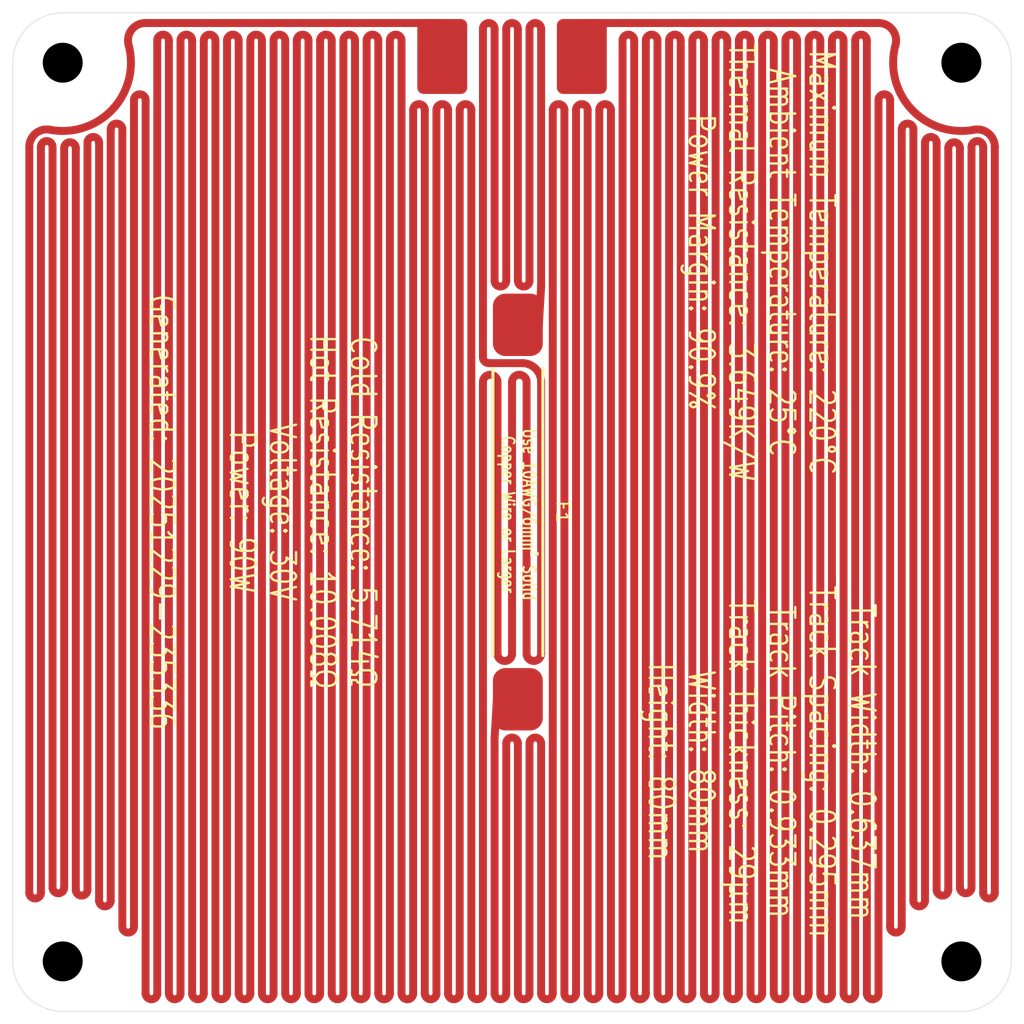
<source format=kicad_pcb>
(kicad_pcb (version 20241229) (generator "pcbnew") (generator_version "9.0")
  (layers (0 "F.Cu" signal) (2 "B.Cu" signal) (13 "F.Paste" user) (15 "B.Paste" user) (5 "F.SilkS" user "F.Silkscreen") (7 "B.SilkS" user "B.Silkscreen") (1 "F.Mask" user) (3 "B.Mask" user) (25 "Edge.Cuts" user))
  (net 0 "")
  (net 1 "Net-(J2-Pin_1)")
  (net 2 "Net-(J1-Pin_1)")
  (footprint "blg:MountingHole_3.2mm_M3_NoPad_TopLarge" (layer "F.Cu") (at 141 69)
    (property "Reference" "REF**" (hide yes))
    (property "Value" "MountingHole_3.2mm_M3_NoPad_TopLarge" (hide yes))
    (pad "" np_thru_hole circle (at 0 0) (size 7.6 7.6) (drill 3.2) (layers))
  )
  (footprint "blg:SMD_PowerConnection_4x6mm" (layer "F.Cu") (at 110.591999 68.5 -90)
    (property "Reference" "J2" (hide yes))
    (property "Value" "Hotplate_Power_Connection" (hide yes))
    (pad "1" smd roundrect (at 0 0 270) (size 6 4) (layers "F.Cu" "F.Mask" "F.Paste") (roundrect_rratio 0.125) (net 1 "Net-(J2-Pin_1)"))
  )
  (footprint "blg:MountingHole_3.2mm_M3_NoPad_TopLarge" (layer "F.Cu") (at 69 141)
    (property "Reference" "REF**" (hide yes))
    (property "Value" "MountingHole_3.2mm_M3_NoPad_TopLarge" (hide yes))
    (pad "" np_thru_hole circle (at 0 0) (size 7.6 7.6) (drill 3.2) (layers))
  )
  (footprint "blg:MountingHole_3.2mm_M3_NoPad_TopLarge" (layer "F.Cu") (at 141 141)
    (property "Reference" "REF**" (hide yes))
    (property "Value" "MountingHole_3.2mm_M3_NoPad_TopLarge" (hide yes))
    (pad "" np_thru_hole circle (at 0 0) (size 7.6 7.6) (drill 3.2) (layers))
  )
  (footprint "blg:SMD_PowerConnection_4x6mm" (layer "F.Cu") (at 99.408 68.5 -90)
    (property "Reference" "J1" (hide yes))
    (property "Value" "Hotplate_Power_Connection" (hide yes))
    (pad "1" smd roundrect (at 0 0 270) (size 6 4) (layers "F.Cu" "F.Mask" "F.Paste") (roundrect_rratio 0.125) (net 2 "Net-(J1-Pin_1)"))
  )
  (footprint "blg:Thermal Fuse, SN100C, Front, 35mm" (layer "F.Cu") (at 105.466 105 -90)
    (property "Reference" "F1" (at 0 -3.6 270) (layer "F.SilkS"))
    (property "Value" "~")
    (fp_line (start -11.5 2) (end 11.5 2) (stroke (width 0.25)) (layer "F.SilkS"))
    (fp_line (start -11.5 -2) (end 11.5 -2) (stroke (width 0.25)) (layer "F.SilkS"))
    (fp_text user "Use 10AWG/6mm  Solid" (at 0.2 -0.9 270) (layer "F.SilkS") (effects (font (size 1 0.75))))
    (fp_text user "2" (at 3.35 -1.3 270) (layer "F.SilkS") (effects (font (size 0.6 0.4) (thickness 0.1))))
    (fp_text user "Copper Wire or Larger" (at 0.2 0.8 270) (layer "F.SilkS") (effects (font (size 1 0.75))))
    (pad "1" smd roundrect (at -15 0 270) (size 5 4) (layers "F.Cu" "F.Mask") (net 2 "Net-(J1-Pin_1)"))
    (pad "2" smd roundrect (at 15 0 270) (size 5 4) (layers "F.Cu" "F.Mask") (net 1 "Net-(J2-Pin_1)"))
  )
  (footprint "blg:MountingHole_3.2mm_M3_NoPad_TopLarge" (layer "F.Cu") (at 69 69)
    (property "Reference" "REF**" (hide yes))
    (property "Value" "MountingHole_3.2mm_M3_NoPad_TopLarge" (hide yes))
    (pad "" np_thru_hole circle (at 0 0) (size 7.6 7.6) (drill 3.2) (layers))
  )
  (gr_arc (start 65 69) (mid 66.171573 66.171573) (end 69 65) (stroke (width 0.05)) (layer "Edge.Cuts"))
  (gr_line (start 145 69) (end 145 141) (stroke (width 0.05)) (layer "Edge.Cuts"))
  (gr_arc (start 69 145) (mid 66.171573 143.828427) (end 65 141) (stroke (width 0.05)) (layer "Edge.Cuts"))
  (gr_line (start 69 145) (end 141 145) (stroke (width 0.05)) (layer "Edge.Cuts"))
  (gr_line (start 65 69) (end 65 141) (stroke (width 0.05)) (layer "Edge.Cuts"))
  (gr_arc (start 145 141) (mid 143.828427 143.828427) (end 141 145) (stroke (width 0.05)) (layer "Edge.Cuts"))
  (gr_arc (start 141 65) (mid 143.828427 66.171573) (end 145 69) (stroke (width 0.05)) (layer "Edge.Cuts"))
  (gr_line (start 69 65) (end 141 65) (stroke (width 0.05)) (layer "Edge.Cuts"))
  (gr_text "Track Width: 0.637mm\nTrack Spacing: 0.295mm\nTrack Pitch: 0.933mm\nTrack Thickness: 29µm\nWidth: 80mm\nHeight: 80mm" (at 125 125 270) (layer "F.SilkS") (effects (font (size 2 1.5) (thickness 0.1875))))
  (gr_text "Maximum Temperature: 220°C\nAmbient Temperature: 25°C\nThermal Resistance: 3.649K/W\nPower Margin: 90.9%" (at 125 85 270) (layer "F.SilkS") (effects (font (size 2 1.5) (thickness 0.1875))))
  (gr_text "Cold Resistance: 5.714Ω\nHot Resistance: 10.008Ω\nVoltage: 30V\nPower: 90W\n\nGenerated: 20251229-235336" (at 85 105 270) (layer "F.SilkS") (effects (font (size 2 1.5) (thickness 0.1875))))
  (segment (start 122.241999 67.2165) (end 122.241999 143.568) (width 0.637) (layer "F.Cu") (net 1))
  (segment (start 119.446 143.568) (end 119.446 67.2165) (width 0.637) (layer "F.Cu") (net 1))
  (segment (start 133.425999 67.2165) (end 133.425999 143.568) (width 0.637) (layer "F.Cu") (net 1))
  (segment (start 117.582 143.568) (end 117.582 67.2165) (width 0.637) (layer "F.Cu") (net 1))
  (segment (start 121.31 143.568) (end 121.31 67.2165) (width 0.637) (layer "F.Cu") (net 1))
  (segment (start 109.194 72.7845) (end 109.194 143.568) (width 0.637) (layer "F.Cu") (net 1))
  (segment (start 125.97 67.2165) (end 125.97 143.568) (width 0.637) (layer "F.Cu") (net 1))
  (segment (start 111.058 72.7845) (end 111.058 143.568) (width 0.637) (layer "F.Cu") (net 1))
  (segment (start 125.037999 143.568) (end 125.037999 67.2165) (width 0.637) (layer "F.Cu") (net 1))
  (segment (start 111.99 143.568) (end 111.99 72.7845) (width 0.637) (layer "F.Cu") (net 1))
  (segment (start 103.7845 120) (end 105.466 120) (width 0.637) (layer "F.Cu") (net 1))
  (segment (start 139.018 75.412627) (end 139.018 135.264987) (width 0.637) (layer "F.Cu") (net 1))
  (segment (start 127.834 67.2165) (end 127.834 143.568) (width 0.637) (layer "F.Cu") (net 1))
  (segment (start 131.561999 67.2165) (end 131.561999 143.568) (width 0.637) (layer "F.Cu") (net 1))
  (segment (start 142.745999 75.743596) (end 142.745999 135.495848) (width 0.637) (layer "F.Cu") (net 1))
  (segment (start 123.173999 143.568) (end 123.173999 67.2165) (width 0.637) (layer "F.Cu") (net 1))
  (segment (start 135.29 71.995249) (end 135.29 138.227079) (width 0.637) (layer "F.Cu") (net 1))
  (segment (start 129.698 67.2165) (end 129.698 143.568) (width 0.637) (layer "F.Cu") (net 1))
  (segment (start 141.814 135.078216) (end 141.814 75.743596) (width 0.637) (layer "F.Cu") (net 1))
  (segment (start 116.649999 67.2165) (end 116.649999 143.568) (width 0.637) (layer "F.Cu") (net 1))
  (segment (start 124.106 67.2165) (end 124.106 143.568) (width 0.637) (layer "F.Cu") (net 1))
  (segment (start 107.33 123.5345) (end 107.33 143.568) (width 0.637) (layer "F.Cu") (net 1))
  (segment (start 110.591999 65.8185) (end 110.591999 68.499999) (width 0.637) (layer "F.Cu") (net 1))
  (segment (start 134.371755 65.8185) (end 110.591999 65.8185) (width 0.637) (layer "F.Cu") (net 1))
  (segment (start 138.085999 136.125143) (end 138.085999 75.412627) (width 0.637) (layer "F.Cu") (net 1))
  (segment (start 120.378 67.2165) (end 120.378 143.568) (width 0.637) (layer "F.Cu") (net 1))
  (segment (start 115.718 143.568) (end 115.718 67.2165) (width 0.637) (layer "F.Cu") (net 1))
  (segment (start 137.154 74.340519) (end 137.154 136.125143) (width 0.637) (layer "F.Cu") (net 1))
  (segment (start 130.63 143.568) (end 130.63 67.2165) (width 0.637) (layer "F.Cu") (net 1))
  (segment (start 112.922 72.7845) (end 112.922 143.568) (width 0.637) (layer "F.Cu") (net 1))
  (segment (start 126.901999 143.568) (end 126.901999 67.2165) (width 0.637) (layer "F.Cu") (net 1))
  (segment (start 143.678 135.495848) (end 143.678 75.743596) (width 0.637) (layer "F.Cu") (net 1))
  (segment (start 128.765999 143.568) (end 128.765999 67.2165) (width 0.637) (layer "F.Cu") (net 1))
  (segment (start 106.398 143.568) (end 106.398 123.5345) (width 0.637) (layer "F.Cu") (net 1))
  (segment (start 108.262 143.568) (end 108.262 72.7845) (width 0.637) (layer "F.Cu") (net 1))
  (segment (start 132.494 143.568) (end 132.494 67.2165) (width 0.637) (layer "F.Cu") (net 1))
  (segment (start 105.466 123.5345) (end 105.466 143.568) (width 0.637) (layer "F.Cu") (net 1))
  (segment (start 110.126 143.568) (end 110.126 72.7845) (width 0.637) (layer "F.Cu") (net 1))
  (segment (start 139.95 135.264987) (end 139.95 75.839111) (width 0.637) (layer "F.Cu") (net 1))
  (segment (start 114.786 67.2165) (end 114.786 143.568) (width 0.637) (layer "F.Cu") (net 1))
  (segment (start 134.358 143.568) (end 134.358 71.995249) (width 0.637) (layer "F.Cu") (net 1))
  (segment (start 103.602 123.0685) (end 103.602 143.568) (width 0.637) (layer "F.Cu") (net 1))
  (segment (start 136.221999 138.227079) (end 136.221999 74.340519) (width 0.637) (layer "F.Cu") (net 1))
  (segment (start 113.854 143.568) (end 113.854 67.2165) (width 0.637) (layer "F.Cu") (net 1))
  (segment (start 118.514 67.2165) (end 118.514 143.568) (width 0.637) (layer "F.Cu") (net 1))
  (segment (start 103.602 123.0685) (end 103.7845 120) (width 0.637) (layer "F.Cu") (net 1))
  (segment (start 140.882 75.839111) (end 140.882 135.078216) (width 0.637) (layer "F.Cu") (net 1))
  (segment (start 104.534 143.568) (end 104.534 123.5345) (width 0.637) (layer "F.Cu") (net 1))
  (arc (start 132.494 67.2165) (mid 132.96 66.750499) (end 133.425999 67.2165) (width 0.637) (layer "F.Cu") (net 1))
  (arc (start 133.425999 143.568) (mid 133.892 144.034) (end 134.358 143.568) (width 0.637) (layer "F.Cu") (net 1))
  (arc (start 141.814 75.743596) (mid 142.28 75.277596) (end 142.745999 75.743596) (width 0.637) (layer "F.Cu") (net 1))
  (arc (start 127.834 143.568) (mid 128.3 144.034) (end 128.765999 143.568) (width 0.637) (layer "F.Cu") (net 1))
  (arc (start 136.221999 74.340519) (mid 136.688 73.874519) (end 137.154 74.340519) (width 0.637) (layer "F.Cu") (net 1))
  (arc (start 134.371755 65.8185) (mid 135.48131 66.366034) (end 135.721738 67.579747) (width 0.637) (layer "F.Cu") (net 1))
  (arc (start 137.154 136.125143) (mid 137.62 136.591143) (end 138.085999 136.125143) (width 0.637) (layer "F.Cu") (net 1))
  (arc (start 124.106 143.568) (mid 124.571999 144.034) (end 125.037999 143.568) (width 0.637) (layer "F.Cu") (net 1))
  (arc (start 114.786 143.568) (mid 115.252 144.034) (end 115.718 143.568) (width 0.637) (layer "F.Cu") (net 1))
  (arc (start 105.466 143.568) (mid 105.932 144.034) (end 106.398 143.568) (width 0.637) (layer "F.Cu") (net 1))
  (arc (start 103.602 143.568) (mid 104.068 144.034) (end 104.534 143.568) (width 0.637) (layer "F.Cu") (net 1))
  (arc (start 113.854 67.2165) (mid 114.32 66.750499) (end 114.786 67.2165) (width 0.637) (layer "F.Cu") (net 1))
  (arc (start 139.018 135.264987) (mid 139.484 135.730987) (end 139.95 135.264987) (width 0.637) (layer "F.Cu") (net 1))
  (arc (start 106.398 123.5345) (mid 106.864 123.0685) (end 107.33 123.5345) (width 0.637) (layer "F.Cu") (net 1))
  (arc (start 117.582 67.2165) (mid 118.048 66.750499) (end 118.514 67.2165) (width 0.637) (layer "F.Cu") (net 1))
  (arc (start 125.037999 67.2165) (mid 125.504 66.750499) (end 125.97 67.2165) (width 0.637) (layer "F.Cu") (net 1))
  (arc (start 120.378 143.568) (mid 120.844 144.034) (end 121.31 143.568) (width 0.637) (layer "F.Cu") (net 1))
  (arc (start 142.0193 74.370119) (mid 136.99226 72.716878) (end 135.721738 67.579747) (width 0.637) (layer "F.Cu") (net 1))
  (arc (start 118.514 143.568) (mid 118.979999 144.034) (end 119.446 143.568) (width 0.637) (layer "F.Cu") (net 1))
  (arc (start 111.99 72.7845) (mid 112.456 72.3185) (end 112.922 72.7845) (width 0.637) (layer "F.Cu") (net 1))
  (arc (start 131.561999 143.568) (mid 132.028 144.034) (end 132.494 143.568) (width 0.637) (layer "F.Cu") (net 1))
  (arc (start 129.698 143.568) (mid 130.164 144.034) (end 130.63 143.568) (width 0.637) (layer "F.Cu") (net 1))
  (arc (start 112.922 143.568) (mid 113.387999 144.034) (end 113.854 143.568) (width 0.637) (layer "F.Cu") (net 1))
  (arc (start 143.678 75.743596) (mid 143.322083 74.811681) (end 142.0193 74.370119) (width 0.637) (layer "F.Cu") (net 1))
  (arc (start 109.194 143.568) (mid 109.66 144.034) (end 110.126 143.568) (width 0.637) (layer "F.Cu") (net 1))
  (arc (start 130.63 67.2165) (mid 131.096 66.750499) (end 131.561999 67.2165) (width 0.637) (layer "F.Cu") (net 1))
  (arc (start 123.173999 67.2165) (mid 123.64 66.750499) (end 124.106 67.2165) (width 0.637) (layer "F.Cu") (net 1))
  (arc (start 142.745999 135.495848) (mid 143.212 135.961848) (end 143.678 135.495848) (width 0.637) (layer "F.Cu") (net 1))
  (arc (start 138.085999 75.412627) (mid 138.552 74.946627) (end 139.018 75.412627) (width 0.637) (layer "F.Cu") (net 1))
  (arc (start 126.901999 67.2165) (mid 127.367999 66.750499) (end 127.834 67.2165) (width 0.637) (layer "F.Cu") (net 1))
  (arc (start 125.97 143.568) (mid 126.436 144.034) (end 126.901999 143.568) (width 0.637) (layer "F.Cu") (net 1))
  (arc (start 122.241999 143.568) (mid 122.708 144.034) (end 123.173999 143.568) (width 0.637) (layer "F.Cu") (net 1))
  (arc (start 107.33 143.568) (mid 107.795999 144.034) (end 108.262 143.568) (width 0.637) (layer "F.Cu") (net 1))
  (arc (start 119.446 67.2165) (mid 119.911999 66.750499) (end 120.378 67.2165) (width 0.637) (layer "F.Cu") (net 1))
  (arc (start 110.126 72.7845) (mid 110.592 72.3185) (end 111.058 72.7845) (width 0.637) (layer "F.Cu") (net 1))
  (arc (start 111.058 143.568) (mid 111.524 144.034) (end 111.99 143.568) (width 0.637) (layer "F.Cu") (net 1))
  (arc (start 116.649999 143.568) (mid 117.116 144.034) (end 117.582 143.568) (width 0.637) (layer "F.Cu") (net 1))
  (arc (start 135.29 138.227079) (mid 135.756 138.693079) (end 136.221999 138.227079) (width 0.637) (layer "F.Cu") (net 1))
  (arc (start 128.765999 67.2165) (mid 129.232 66.750499) (end 129.698 67.2165) (width 0.637) (layer "F.Cu") (net 1))
  (arc (start 134.358 71.995249) (mid 134.824 71.529249) (end 135.29 71.995249) (width 0.637) (layer "F.Cu") (net 1))
  (arc (start 121.31 67.2165) (mid 121.776 66.750499) (end 122.241999 67.2165) (width 0.637) (layer "F.Cu") (net 1))
  (arc (start 115.718 67.2165) (mid 116.184 66.750499) (end 116.649999 67.2165) (width 0.637) (layer "F.Cu") (net 1))
  (arc (start 139.95 75.839111) (mid 140.416 75.373111) (end 140.882 75.839111) (width 0.637) (layer "F.Cu") (net 1))
  (arc (start 140.882 135.078216) (mid 141.348 135.544216) (end 141.814 135.078216) (width 0.637) (layer "F.Cu") (net 1))
  (arc (start 104.534 123.5345) (mid 105 123.0685) (end 105.466 123.5345) (width 0.637) (layer "F.Cu") (net 1))
  (arc (start 108.262 72.7845) (mid 108.728 72.3185) (end 109.194 72.7845) (width 0.637) (layer "F.Cu") (net 1))
  (segment (start 104.534 66.284499) (end 104.534 86.4655) (width 0.637) (layer "F.Cu") (net 2))
  (segment (start 101.738 143.568) (end 101.738 72.7845) (width 0.637) (layer "F.Cu") (net 2))
  (segment (start 79.369999 143.568) (end 79.369999 67.2165) (width 0.637) (layer "F.Cu") (net 2))
  (segment (start 107.33 86.9315) (end 107.1475 90) (width 0.637) (layer "F.Cu") (net 2))
  (segment (start 84.029999 67.2165) (end 84.029999 143.568) (width 0.637) (layer "F.Cu") (net 2))
  (segment (start 107.1475 90) (end 105.466 90) (width 0.637) (layer "F.Cu") (net 2))
  (segment (start 85.893999 67.2165) (end 85.893999 143.568) (width 0.637) (layer "F.Cu") (net 2))
  (segment (start 103.835 116.348999) (end 103.835 94.583) (width 0.637) (layer "F.Cu") (net 2))
  (segment (start 97.078 72.7845) (end 97.078 143.568) (width 0.637) (layer "F.Cu") (net 2))
  (segment (start 105.466 86.4655) (end 105.466 66.284499) (width 0.637) (layer "F.Cu") (net 2))
  (segment (start 66.321999 135.495848) (end 66.321999 75.743596) (width 0.637) (layer "F.Cu") (net 2))
  (segment (start 69.118 75.839111) (end 69.118 135.078216) (width 0.637) (layer "F.Cu") (net 2))
  (segment (start 91.486 67.2165) (end 91.486 143.568) (width 0.637) (layer "F.Cu") (net 2))
  (segment (start 105 94.583) (end 105 116.348999) (width 0.637) (layer "F.Cu") (net 2))
  (segment (start 87.758 67.2165) (end 87.758 143.568) (width 0.637) (layer "F.Cu") (net 2))
  (segment (start 92.418 143.568) (end 92.418 67.2165) (width 0.637) (layer "F.Cu") (net 2))
  (segment (start 88.69 143.568) (end 88.69 67.2165) (width 0.637) (layer "F.Cu") (net 2))
  (segment (start 107.33 86.9315) (end 107.33 66.284499) (width 0.637) (layer "F.Cu") (net 2))
  (segment (start 103.602 86.4655) (end 103.602 66.284499) (width 0.637) (layer "F.Cu") (net 2))
  (segment (start 96.146 143.568) (end 96.146 67.2165) (width 0.637) (layer "F.Cu") (net 2))
  (segment (start 100.806 72.7845) (end 100.806 143.568) (width 0.637) (layer "F.Cu") (net 2))
  (segment (start 102.67 66.284499) (end 102.67 92.6025) (width 0.637) (layer "F.Cu") (net 2))
  (segment (start 98.942 72.7845) (end 98.942 143.568) (width 0.637) (layer "F.Cu") (net 2))
  (segment (start 81.234 143.568) (end 81.234 67.2165) (width 0.637) (layer "F.Cu") (net 2))
  (segment (start 78.437999 67.2165) (end 78.437999 143.568) (width 0.637) (layer "F.Cu") (net 2))
  (segment (start 93.35 67.2165) (end 93.35 143.568) (width 0.637) (layer "F.Cu") (net 2))
  (segment (start 76.574 67.2165) (end 76.574 143.568) (width 0.637) (layer "F.Cu") (net 2))
  (segment (start 68.186 135.078216) (end 68.186 75.743596) (width 0.637) (layer "F.Cu") (net 2))
  (segment (start 84.961999 143.568) (end 84.961999 67.2165) (width 0.637) (layer "F.Cu") (net 2))
  (segment (start 80.301999 67.2165) (end 80.301999 143.568) (width 0.637) (layer "F.Cu") (net 2))
  (segment (start 89.622 67.2165) (end 89.622 143.568) (width 0.637) (layer "F.Cu") (net 2))
  (segment (start 102.67 94.583) (end 102.67 143.568) (width 0.637) (layer "F.Cu") (net 2))
  (segment (start 99.874 143.568) (end 99.874 72.7845) (width 0.637) (layer "F.Cu") (net 2))
  (segment (start 74.71 71.995249) (end 74.71 138.227079) (width 0.637) (layer "F.Cu") (net 2))
  (segment (start 86.826 143.568) (end 86.826 67.2165) (width 0.637) (layer "F.Cu") (net 2))
  (segment (start 94.282 143.568) (end 94.282 67.2165) (width 0.637) (layer "F.Cu") (net 2))
  (segment (start 70.982 75.412627) (end 70.982 135.264987) (width 0.637) (layer "F.Cu") (net 2))
  (segment (start 67.253999 75.743596) (end 67.253999 135.495848) (width 0.637) (layer "F.Cu") (net 2))
  (segment (start 75.628244 65.8185) (end 99.408 65.8185) (width 0.637) (layer "F.Cu") (net 2))
  (segment (start 99.408 65.8185) (end 99.408 68.499999) (width 0.637) (layer "F.Cu") (net 2))
  (segment (start 77.505999 143.568) (end 77.505999 67.2165) (width 0.637) (layer "F.Cu") (net 2))
  (segment (start 70.05 135.264987) (end 70.05 75.839111) (width 0.637) (layer "F.Cu") (net 2))
  (segment (start 95.214 67.2165) (end 95.214 143.568) (width 0.637) (layer "F.Cu") (net 2))
  (segment (start 98.01 143.568) (end 98.01 72.7845) (width 0.637) (layer "F.Cu") (net 2))
  (segment (start 83.097999 143.568) (end 83.097999 67.2165) (width 0.637) (layer "F.Cu") (net 2))
  (segment (start 103.136 93.0685) (end 105.815499 93.0685) (width 0.637) (layer "F.Cu") (net 2))
  (segment (start 71.913999 136.125143) (end 71.913999 75.412627) (width 0.637) (layer "F.Cu") (net 2))
  (segment (start 90.554 143.568) (end 90.554 67.2165) (width 0.637) (layer "F.Cu") (net 2))
  (segment (start 72.845999 74.340519) (end 72.845999 136.125143) (width 0.637) (layer "F.Cu") (net 2))
  (segment (start 106.164999 116.348999) (end 106.164999 94.583) (width 0.637) (layer "F.Cu") (net 2))
  (segment (start 75.642 143.568) (end 75.642 71.995249) (width 0.637) (layer "F.Cu") (net 2))
  (segment (start 106.398 66.284499) (end 106.398 86.4655) (width 0.637) (layer "F.Cu") (net 2))
  (segment (start 82.166 67.2165) (end 82.166 143.568) (width 0.637) (layer "F.Cu") (net 2))
  (segment (start 73.777999 138.227079) (end 73.777999 74.340519) (width 0.637) (layer "F.Cu") (net 2))
  (segment (start 107.33 94.583) (end 107.33 116.348999) (width 0.637) (layer "F.Cu") (net 2))
  (arc (start 102.67 143.568) (mid 102.204 144.034) (end 101.738 143.568) (width 0.637) (layer "F.Cu") (net 2))
  (arc (start 75.642 71.995249) (mid 75.175999 71.529249) (end 74.71 71.995249) (width 0.637) (layer "F.Cu") (net 2))
  (arc (start 107.33 66.284499) (mid 106.864 65.8185) (end 106.398 66.284499) (width 0.637) (layer "F.Cu") (net 2))
  (arc (start 92.418 67.2165) (mid 91.952 66.750499) (end 91.486 67.2165) (width 0.637) (layer "F.Cu") (net 2))
  (arc (start 84.029999 143.568) (mid 83.564 144.034) (end 83.097999 143.568) (width 0.637) (layer "F.Cu") (net 2))
  (arc (start 69.118 135.078216) (mid 68.651999 135.544216) (end 68.186 135.078216) (width 0.637) (layer "F.Cu") (net 2))
  (arc (start 106.398 86.4655) (mid 105.932 86.9315) (end 105.466 86.4655) (width 0.637) (layer "F.Cu") (net 2))
  (arc (start 93.35 143.568) (mid 92.884 144.034) (end 92.418 143.568) (width 0.637) (layer "F.Cu") (net 2))
  (arc (start 96.146 67.2165) (mid 95.68 66.750499) (end 95.214 67.2165) (width 0.637) (layer "F.Cu") (net 2))
  (arc (start 105 116.348999) (mid 104.417499 116.9315) (end 103.835 116.348999) (width 0.637) (layer "F.Cu") (net 2))
  (arc (start 84.961999 67.2165) (mid 84.496 66.750499) (end 84.029999 67.2165) (width 0.637) (layer "F.Cu") (net 2))
  (arc (start 80.301999 143.568) (mid 79.835999 144.034) (end 79.369999 143.568) (width 0.637) (layer "F.Cu") (net 2))
  (arc (start 73.777999 74.340519) (mid 73.312 73.874519) (end 72.845999 74.340519) (width 0.637) (layer "F.Cu") (net 2))
  (arc (start 90.554 67.2165) (mid 90.088 66.750499) (end 89.622 67.2165) (width 0.637) (layer "F.Cu") (net 2))
  (arc (start 98.01 72.7845) (mid 97.544 72.3185) (end 97.078 72.7845) (width 0.637) (layer "F.Cu") (net 2))
  (arc (start 74.71 138.227079) (mid 74.243999 138.693079) (end 73.777999 138.227079) (width 0.637) (layer "F.Cu") (net 2))
  (arc (start 77.505999 67.2165) (mid 77.039999 66.750499) (end 76.574 67.2165) (width 0.637) (layer "F.Cu") (net 2))
  (arc (start 103.835 94.583) (mid 103.2525 94.0005) (end 102.67 94.583) (width 0.637) (layer "F.Cu") (net 2))
  (arc (start 86.826 67.2165) (mid 86.359999 66.750499) (end 85.893999 67.2165) (width 0.637) (layer "F.Cu") (net 2))
  (arc (start 98.942 143.568) (mid 98.476 144.034) (end 98.01 143.568) (width 0.637) (layer "F.Cu") (net 2))
  (arc (start 79.369999 67.2165) (mid 78.904 66.750499) (end 78.437999 67.2165) (width 0.637) (layer "F.Cu") (net 2))
  (arc (start 82.166 143.568) (mid 81.699999 144.034) (end 81.234 143.568) (width 0.637) (layer "F.Cu") (net 2))
  (arc (start 103.602 66.284499) (mid 103.136 65.8185) (end 102.67 66.284499) (width 0.637) (layer "F.Cu") (net 2))
  (arc (start 97.078 143.568) (mid 96.612 144.034) (end 96.146 143.568) (width 0.637) (layer "F.Cu") (net 2))
  (arc (start 105.815499 93.0685) (mid 106.886413 93.512086) (end 107.33 94.583) (width 0.637) (layer "F.Cu") (net 2))
  (arc (start 70.05 75.839111) (mid 69.583999 75.373111) (end 69.118 75.839111) (width 0.637) (layer "F.Cu") (net 2))
  (arc (start 100.806 143.568) (mid 100.34 144.034) (end 99.874 143.568) (width 0.637) (layer "F.Cu") (net 2))
  (arc (start 99.874 72.7845) (mid 99.408 72.3185) (end 98.942 72.7845) (width 0.637) (layer "F.Cu") (net 2))
  (arc (start 81.234 67.2165) (mid 80.767999 66.750499) (end 80.301999 67.2165) (width 0.637) (layer "F.Cu") (net 2))
  (arc (start 67.980699 74.370119) (mid 73.007739 72.716878) (end 74.278261 67.579747) (width 0.637) (layer "F.Cu") (net 2))
  (arc (start 91.486 143.568) (mid 91.02 144.034) (end 90.554 143.568) (width 0.637) (layer "F.Cu") (net 2))
  (arc (start 94.282 67.2165) (mid 93.816 66.750499) (end 93.35 67.2165) (width 0.637) (layer "F.Cu") (net 2))
  (arc (start 70.982 135.264987) (mid 70.515999 135.730987) (end 70.05 135.264987) (width 0.637) (layer "F.Cu") (net 2))
  (arc (start 89.622 143.568) (mid 89.156 144.034) (end 88.69 143.568) (width 0.637) (layer "F.Cu") (net 2))
  (arc (start 83.097999 67.2165) (mid 82.631999 66.750499) (end 82.166 67.2165) (width 0.637) (layer "F.Cu") (net 2))
  (arc (start 87.758 143.568) (mid 87.292 144.034) (end 86.826 143.568) (width 0.637) (layer "F.Cu") (net 2))
  (arc (start 76.574 143.568) (mid 76.107999 144.034) (end 75.642 143.568) (width 0.637) (layer "F.Cu") (net 2))
  (arc (start 68.186 75.743596) (mid 67.72 75.277596) (end 67.253999 75.743596) (width 0.637) (layer "F.Cu") (net 2))
  (arc (start 105.466 66.284499) (mid 105 65.8185) (end 104.534 66.284499) (width 0.637) (layer "F.Cu") (net 2))
  (arc (start 72.845999 136.125143) (mid 72.38 136.591143) (end 71.913999 136.125143) (width 0.637) (layer "F.Cu") (net 2))
  (arc (start 107.33 116.348999) (mid 106.7475 116.9315) (end 106.164999 116.348999) (width 0.637) (layer "F.Cu") (net 2))
  (arc (start 66.321999 75.743596) (mid 66.677916 74.811681) (end 67.980699 74.370119) (width 0.637) (layer "F.Cu") (net 2))
  (arc (start 71.913999 75.412627) (mid 71.448 74.946627) (end 70.982 75.412627) (width 0.637) (layer "F.Cu") (net 2))
  (arc (start 106.164999 94.583) (mid 105.5825 94.0005) (end 105 94.583) (width 0.637) (layer "F.Cu") (net 2))
  (arc (start 75.628244 65.8185) (mid 74.518689 66.366034) (end 74.278261 67.579747) (width 0.637) (layer "F.Cu") (net 2))
  (arc (start 78.437999 143.568) (mid 77.972 144.034) (end 77.505999 143.568) (width 0.637) (layer "F.Cu") (net 2))
  (arc (start 95.214 143.568) (mid 94.748 144.034) (end 94.282 143.568) (width 0.637) (layer "F.Cu") (net 2))
  (arc (start 85.893999 143.568) (mid 85.427999 144.034) (end 84.961999 143.568) (width 0.637) (layer "F.Cu") (net 2))
  (arc (start 67.253999 135.495848) (mid 66.788 135.961848) (end 66.321999 135.495848) (width 0.637) (layer "F.Cu") (net 2))
  (arc (start 103.136 93.0685) (mid 102.806488 92.932011) (end 102.67 92.6025) (width 0.637) (layer "F.Cu") (net 2))
  (arc (start 101.738 72.7845) (mid 101.272 72.3185) (end 100.806 72.7845) (width 0.637) (layer "F.Cu") (net 2))
  (arc (start 88.69 67.2165) (mid 88.224 66.750499) (end 87.758 67.2165) (width 0.637) (layer "F.Cu") (net 2))
  (arc (start 104.534 86.4655) (mid 104.068 86.9315) (end 103.602 86.4655) (width 0.637) (layer "F.Cu") (net 2))
)
</source>
